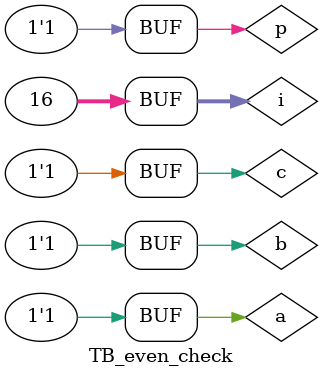
<source format=v>
`timescale 1ns / 1ps

module TB_even_check;
reg a,b,c,p;
wire check;
integer i;

Even_parity_check dut(a,b,c,p,check);

initial begin 
for(i=0;i<16;i=i+1) begin
{a,b,c,p}=i; #10;
end
end
endmodule

</source>
